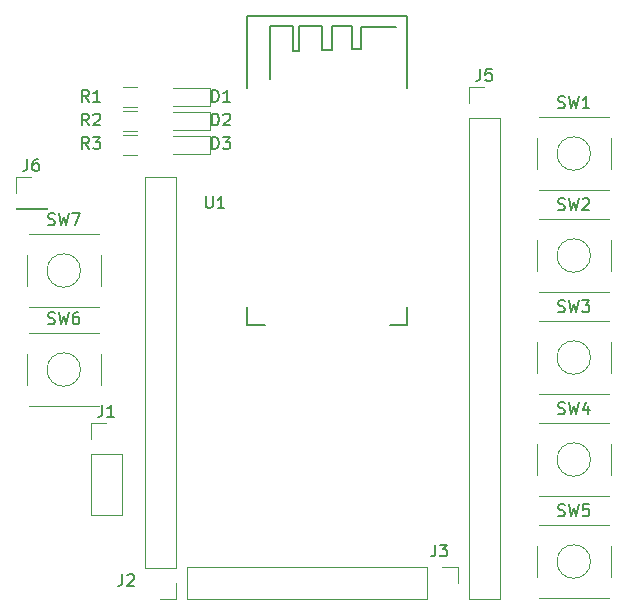
<source format=gbr>
G04 #@! TF.FileFunction,Legend,Top*
%FSLAX46Y46*%
G04 Gerber Fmt 4.6, Leading zero omitted, Abs format (unit mm)*
G04 Created by KiCad (PCBNEW 4.0.7) date 02/24/18 18:12:37*
%MOMM*%
%LPD*%
G01*
G04 APERTURE LIST*
%ADD10C,0.100000*%
%ADD11C,0.120000*%
%ADD12C,0.150000*%
G04 APERTURE END LIST*
D10*
D11*
X128616214Y-65242000D02*
G75*
G03X128616214Y-65242000I-1414214J0D01*
G01*
X124232000Y-68362000D02*
X130172000Y-68362000D01*
X124232000Y-62122000D02*
X130172000Y-62122000D01*
X124082000Y-66582000D02*
X124082000Y-63902000D01*
X130322000Y-63902000D02*
X130322000Y-66582000D01*
X136712000Y-57344000D02*
X134052000Y-57344000D01*
X136712000Y-90424000D02*
X136712000Y-57344000D01*
X134052000Y-90424000D02*
X134052000Y-57344000D01*
X136712000Y-90424000D02*
X134052000Y-90424000D01*
X136712000Y-91694000D02*
X136712000Y-93024000D01*
X136712000Y-93024000D02*
X135382000Y-93024000D01*
X161484000Y-93024000D02*
X164144000Y-93024000D01*
X161484000Y-52324000D02*
X161484000Y-93024000D01*
X164144000Y-52324000D02*
X164144000Y-93024000D01*
X161484000Y-52324000D02*
X164144000Y-52324000D01*
X161484000Y-51054000D02*
X161484000Y-49724000D01*
X161484000Y-49724000D02*
X162814000Y-49724000D01*
X136414000Y-49796000D02*
X139614000Y-49796000D01*
X139614000Y-51296000D02*
X136414000Y-51296000D01*
X139614000Y-51296000D02*
X139614000Y-49796000D01*
X136414000Y-51828000D02*
X139614000Y-51828000D01*
X139614000Y-53328000D02*
X136414000Y-53328000D01*
X139614000Y-53328000D02*
X139614000Y-51828000D01*
X136414000Y-53860000D02*
X139614000Y-53860000D01*
X139614000Y-55360000D02*
X136414000Y-55360000D01*
X139614000Y-55360000D02*
X139614000Y-53860000D01*
X132242000Y-49666000D02*
X133442000Y-49666000D01*
X133442000Y-51426000D02*
X132242000Y-51426000D01*
X132242000Y-51698000D02*
X133442000Y-51698000D01*
X133442000Y-53458000D02*
X132242000Y-53458000D01*
X132242000Y-53730000D02*
X133442000Y-53730000D01*
X133442000Y-55490000D02*
X132242000Y-55490000D01*
D12*
X144658000Y-49030000D02*
X144658000Y-44540000D01*
X144658000Y-44540000D02*
X146588000Y-44540000D01*
X146588000Y-44540000D02*
X146588000Y-46650000D01*
X146588000Y-46650000D02*
X147138000Y-46650000D01*
X147138000Y-46650000D02*
X147138000Y-44560000D01*
X147138000Y-44560000D02*
X149058000Y-44550000D01*
X149058000Y-44550000D02*
X149058000Y-46560000D01*
X149058000Y-46560000D02*
X149908000Y-46560000D01*
X149908000Y-46550000D02*
X149898000Y-44580000D01*
X149898000Y-44580000D02*
X151598000Y-44580000D01*
X151598000Y-44580000D02*
X151598000Y-46520000D01*
X151618000Y-46520000D02*
X152408000Y-46520000D01*
X152408000Y-46520000D02*
X152408000Y-44610000D01*
X152408000Y-44610000D02*
X155368000Y-44610000D01*
X156248000Y-49750000D02*
X156248000Y-43650000D01*
X156248000Y-43650000D02*
X142748000Y-43650000D01*
X142748000Y-43650000D02*
X142748000Y-49750000D01*
X156248000Y-68350000D02*
X156248000Y-69850000D01*
X156248000Y-69850000D02*
X154848000Y-69850000D01*
X142748000Y-68350000D02*
X142748000Y-69850000D01*
X142748000Y-69850000D02*
X144248000Y-69850000D01*
D11*
X129480000Y-85912000D02*
X132140000Y-85912000D01*
X129480000Y-80772000D02*
X129480000Y-85912000D01*
X132140000Y-80772000D02*
X132140000Y-85912000D01*
X129480000Y-80772000D02*
X132140000Y-80772000D01*
X129480000Y-79502000D02*
X129480000Y-78172000D01*
X129480000Y-78172000D02*
X130810000Y-78172000D01*
X137608000Y-90364000D02*
X137608000Y-93024000D01*
X157988000Y-90364000D02*
X137608000Y-90364000D01*
X157988000Y-93024000D02*
X137608000Y-93024000D01*
X157988000Y-90364000D02*
X157988000Y-93024000D01*
X159258000Y-90364000D02*
X160588000Y-90364000D01*
X160588000Y-90364000D02*
X160588000Y-91694000D01*
X123130000Y-60004000D02*
X125790000Y-60004000D01*
X123130000Y-59944000D02*
X123130000Y-60004000D01*
X125790000Y-59944000D02*
X125790000Y-60004000D01*
X123130000Y-59944000D02*
X125790000Y-59944000D01*
X123130000Y-58674000D02*
X123130000Y-57344000D01*
X123130000Y-57344000D02*
X124460000Y-57344000D01*
X171796214Y-55336000D02*
G75*
G03X171796214Y-55336000I-1414214J0D01*
G01*
X167412000Y-58456000D02*
X173352000Y-58456000D01*
X167412000Y-52216000D02*
X173352000Y-52216000D01*
X167262000Y-56676000D02*
X167262000Y-53996000D01*
X173502000Y-53996000D02*
X173502000Y-56676000D01*
X171796214Y-63972000D02*
G75*
G03X171796214Y-63972000I-1414214J0D01*
G01*
X167412000Y-67092000D02*
X173352000Y-67092000D01*
X167412000Y-60852000D02*
X173352000Y-60852000D01*
X167262000Y-65312000D02*
X167262000Y-62632000D01*
X173502000Y-62632000D02*
X173502000Y-65312000D01*
X171796214Y-72608000D02*
G75*
G03X171796214Y-72608000I-1414214J0D01*
G01*
X167412000Y-75728000D02*
X173352000Y-75728000D01*
X167412000Y-69488000D02*
X173352000Y-69488000D01*
X167262000Y-73948000D02*
X167262000Y-71268000D01*
X173502000Y-71268000D02*
X173502000Y-73948000D01*
X171796214Y-81244000D02*
G75*
G03X171796214Y-81244000I-1414214J0D01*
G01*
X167412000Y-84364000D02*
X173352000Y-84364000D01*
X167412000Y-78124000D02*
X173352000Y-78124000D01*
X167262000Y-82584000D02*
X167262000Y-79904000D01*
X173502000Y-79904000D02*
X173502000Y-82584000D01*
X171796214Y-89880000D02*
G75*
G03X171796214Y-89880000I-1414214J0D01*
G01*
X167412000Y-93000000D02*
X173352000Y-93000000D01*
X167412000Y-86760000D02*
X173352000Y-86760000D01*
X167262000Y-91220000D02*
X167262000Y-88540000D01*
X173502000Y-88540000D02*
X173502000Y-91220000D01*
X128616214Y-73624000D02*
G75*
G03X128616214Y-73624000I-1414214J0D01*
G01*
X124232000Y-76744000D02*
X130172000Y-76744000D01*
X124232000Y-70504000D02*
X130172000Y-70504000D01*
X124082000Y-74964000D02*
X124082000Y-72284000D01*
X130322000Y-72284000D02*
X130322000Y-74964000D01*
D12*
X125868667Y-61346762D02*
X126011524Y-61394381D01*
X126249620Y-61394381D01*
X126344858Y-61346762D01*
X126392477Y-61299143D01*
X126440096Y-61203905D01*
X126440096Y-61108667D01*
X126392477Y-61013429D01*
X126344858Y-60965810D01*
X126249620Y-60918190D01*
X126059143Y-60870571D01*
X125963905Y-60822952D01*
X125916286Y-60775333D01*
X125868667Y-60680095D01*
X125868667Y-60584857D01*
X125916286Y-60489619D01*
X125963905Y-60442000D01*
X126059143Y-60394381D01*
X126297239Y-60394381D01*
X126440096Y-60442000D01*
X126773429Y-60394381D02*
X127011524Y-61394381D01*
X127202001Y-60680095D01*
X127392477Y-61394381D01*
X127630572Y-60394381D01*
X127916286Y-60394381D02*
X128582953Y-60394381D01*
X128154381Y-61394381D01*
X132166667Y-90952381D02*
X132166667Y-91666667D01*
X132119047Y-91809524D01*
X132023809Y-91904762D01*
X131880952Y-91952381D01*
X131785714Y-91952381D01*
X132595238Y-91047619D02*
X132642857Y-91000000D01*
X132738095Y-90952381D01*
X132976191Y-90952381D01*
X133071429Y-91000000D01*
X133119048Y-91047619D01*
X133166667Y-91142857D01*
X133166667Y-91238095D01*
X133119048Y-91380952D01*
X132547619Y-91952381D01*
X133166667Y-91952381D01*
X162480667Y-48176381D02*
X162480667Y-48890667D01*
X162433047Y-49033524D01*
X162337809Y-49128762D01*
X162194952Y-49176381D01*
X162099714Y-49176381D01*
X163433048Y-48176381D02*
X162956857Y-48176381D01*
X162909238Y-48652571D01*
X162956857Y-48604952D01*
X163052095Y-48557333D01*
X163290191Y-48557333D01*
X163385429Y-48604952D01*
X163433048Y-48652571D01*
X163480667Y-48747810D01*
X163480667Y-48985905D01*
X163433048Y-49081143D01*
X163385429Y-49128762D01*
X163290191Y-49176381D01*
X163052095Y-49176381D01*
X162956857Y-49128762D01*
X162909238Y-49081143D01*
X139761905Y-50952381D02*
X139761905Y-49952381D01*
X140000000Y-49952381D01*
X140142858Y-50000000D01*
X140238096Y-50095238D01*
X140285715Y-50190476D01*
X140333334Y-50380952D01*
X140333334Y-50523810D01*
X140285715Y-50714286D01*
X140238096Y-50809524D01*
X140142858Y-50904762D01*
X140000000Y-50952381D01*
X139761905Y-50952381D01*
X141285715Y-50952381D02*
X140714286Y-50952381D01*
X141000000Y-50952381D02*
X141000000Y-49952381D01*
X140904762Y-50095238D01*
X140809524Y-50190476D01*
X140714286Y-50238095D01*
X139761905Y-52952381D02*
X139761905Y-51952381D01*
X140000000Y-51952381D01*
X140142858Y-52000000D01*
X140238096Y-52095238D01*
X140285715Y-52190476D01*
X140333334Y-52380952D01*
X140333334Y-52523810D01*
X140285715Y-52714286D01*
X140238096Y-52809524D01*
X140142858Y-52904762D01*
X140000000Y-52952381D01*
X139761905Y-52952381D01*
X140714286Y-52047619D02*
X140761905Y-52000000D01*
X140857143Y-51952381D01*
X141095239Y-51952381D01*
X141190477Y-52000000D01*
X141238096Y-52047619D01*
X141285715Y-52142857D01*
X141285715Y-52238095D01*
X141238096Y-52380952D01*
X140666667Y-52952381D01*
X141285715Y-52952381D01*
X139761905Y-54952381D02*
X139761905Y-53952381D01*
X140000000Y-53952381D01*
X140142858Y-54000000D01*
X140238096Y-54095238D01*
X140285715Y-54190476D01*
X140333334Y-54380952D01*
X140333334Y-54523810D01*
X140285715Y-54714286D01*
X140238096Y-54809524D01*
X140142858Y-54904762D01*
X140000000Y-54952381D01*
X139761905Y-54952381D01*
X140666667Y-53952381D02*
X141285715Y-53952381D01*
X140952381Y-54333333D01*
X141095239Y-54333333D01*
X141190477Y-54380952D01*
X141238096Y-54428571D01*
X141285715Y-54523810D01*
X141285715Y-54761905D01*
X141238096Y-54857143D01*
X141190477Y-54904762D01*
X141095239Y-54952381D01*
X140809524Y-54952381D01*
X140714286Y-54904762D01*
X140666667Y-54857143D01*
X129333334Y-50952381D02*
X129000000Y-50476190D01*
X128761905Y-50952381D02*
X128761905Y-49952381D01*
X129142858Y-49952381D01*
X129238096Y-50000000D01*
X129285715Y-50047619D01*
X129333334Y-50142857D01*
X129333334Y-50285714D01*
X129285715Y-50380952D01*
X129238096Y-50428571D01*
X129142858Y-50476190D01*
X128761905Y-50476190D01*
X130285715Y-50952381D02*
X129714286Y-50952381D01*
X130000000Y-50952381D02*
X130000000Y-49952381D01*
X129904762Y-50095238D01*
X129809524Y-50190476D01*
X129714286Y-50238095D01*
X129333334Y-52952381D02*
X129000000Y-52476190D01*
X128761905Y-52952381D02*
X128761905Y-51952381D01*
X129142858Y-51952381D01*
X129238096Y-52000000D01*
X129285715Y-52047619D01*
X129333334Y-52142857D01*
X129333334Y-52285714D01*
X129285715Y-52380952D01*
X129238096Y-52428571D01*
X129142858Y-52476190D01*
X128761905Y-52476190D01*
X129714286Y-52047619D02*
X129761905Y-52000000D01*
X129857143Y-51952381D01*
X130095239Y-51952381D01*
X130190477Y-52000000D01*
X130238096Y-52047619D01*
X130285715Y-52142857D01*
X130285715Y-52238095D01*
X130238096Y-52380952D01*
X129666667Y-52952381D01*
X130285715Y-52952381D01*
X129333334Y-54952381D02*
X129000000Y-54476190D01*
X128761905Y-54952381D02*
X128761905Y-53952381D01*
X129142858Y-53952381D01*
X129238096Y-54000000D01*
X129285715Y-54047619D01*
X129333334Y-54142857D01*
X129333334Y-54285714D01*
X129285715Y-54380952D01*
X129238096Y-54428571D01*
X129142858Y-54476190D01*
X128761905Y-54476190D01*
X129666667Y-53952381D02*
X130285715Y-53952381D01*
X129952381Y-54333333D01*
X130095239Y-54333333D01*
X130190477Y-54380952D01*
X130238096Y-54428571D01*
X130285715Y-54523810D01*
X130285715Y-54761905D01*
X130238096Y-54857143D01*
X130190477Y-54904762D01*
X130095239Y-54952381D01*
X129809524Y-54952381D01*
X129714286Y-54904762D01*
X129666667Y-54857143D01*
X139238095Y-58952381D02*
X139238095Y-59761905D01*
X139285714Y-59857143D01*
X139333333Y-59904762D01*
X139428571Y-59952381D01*
X139619048Y-59952381D01*
X139714286Y-59904762D01*
X139761905Y-59857143D01*
X139809524Y-59761905D01*
X139809524Y-58952381D01*
X140809524Y-59952381D02*
X140238095Y-59952381D01*
X140523809Y-59952381D02*
X140523809Y-58952381D01*
X140428571Y-59095238D01*
X140333333Y-59190476D01*
X140238095Y-59238095D01*
X130476667Y-76624381D02*
X130476667Y-77338667D01*
X130429047Y-77481524D01*
X130333809Y-77576762D01*
X130190952Y-77624381D01*
X130095714Y-77624381D01*
X131476667Y-77624381D02*
X130905238Y-77624381D01*
X131190952Y-77624381D02*
X131190952Y-76624381D01*
X131095714Y-76767238D01*
X131000476Y-76862476D01*
X130905238Y-76910095D01*
X158666667Y-88452381D02*
X158666667Y-89166667D01*
X158619047Y-89309524D01*
X158523809Y-89404762D01*
X158380952Y-89452381D01*
X158285714Y-89452381D01*
X159047619Y-88452381D02*
X159666667Y-88452381D01*
X159333333Y-88833333D01*
X159476191Y-88833333D01*
X159571429Y-88880952D01*
X159619048Y-88928571D01*
X159666667Y-89023810D01*
X159666667Y-89261905D01*
X159619048Y-89357143D01*
X159571429Y-89404762D01*
X159476191Y-89452381D01*
X159190476Y-89452381D01*
X159095238Y-89404762D01*
X159047619Y-89357143D01*
X124126667Y-55796381D02*
X124126667Y-56510667D01*
X124079047Y-56653524D01*
X123983809Y-56748762D01*
X123840952Y-56796381D01*
X123745714Y-56796381D01*
X125031429Y-55796381D02*
X124840952Y-55796381D01*
X124745714Y-55844000D01*
X124698095Y-55891619D01*
X124602857Y-56034476D01*
X124555238Y-56224952D01*
X124555238Y-56605905D01*
X124602857Y-56701143D01*
X124650476Y-56748762D01*
X124745714Y-56796381D01*
X124936191Y-56796381D01*
X125031429Y-56748762D01*
X125079048Y-56701143D01*
X125126667Y-56605905D01*
X125126667Y-56367810D01*
X125079048Y-56272571D01*
X125031429Y-56224952D01*
X124936191Y-56177333D01*
X124745714Y-56177333D01*
X124650476Y-56224952D01*
X124602857Y-56272571D01*
X124555238Y-56367810D01*
X169048667Y-51440762D02*
X169191524Y-51488381D01*
X169429620Y-51488381D01*
X169524858Y-51440762D01*
X169572477Y-51393143D01*
X169620096Y-51297905D01*
X169620096Y-51202667D01*
X169572477Y-51107429D01*
X169524858Y-51059810D01*
X169429620Y-51012190D01*
X169239143Y-50964571D01*
X169143905Y-50916952D01*
X169096286Y-50869333D01*
X169048667Y-50774095D01*
X169048667Y-50678857D01*
X169096286Y-50583619D01*
X169143905Y-50536000D01*
X169239143Y-50488381D01*
X169477239Y-50488381D01*
X169620096Y-50536000D01*
X169953429Y-50488381D02*
X170191524Y-51488381D01*
X170382001Y-50774095D01*
X170572477Y-51488381D01*
X170810572Y-50488381D01*
X171715334Y-51488381D02*
X171143905Y-51488381D01*
X171429619Y-51488381D02*
X171429619Y-50488381D01*
X171334381Y-50631238D01*
X171239143Y-50726476D01*
X171143905Y-50774095D01*
X169048667Y-60076762D02*
X169191524Y-60124381D01*
X169429620Y-60124381D01*
X169524858Y-60076762D01*
X169572477Y-60029143D01*
X169620096Y-59933905D01*
X169620096Y-59838667D01*
X169572477Y-59743429D01*
X169524858Y-59695810D01*
X169429620Y-59648190D01*
X169239143Y-59600571D01*
X169143905Y-59552952D01*
X169096286Y-59505333D01*
X169048667Y-59410095D01*
X169048667Y-59314857D01*
X169096286Y-59219619D01*
X169143905Y-59172000D01*
X169239143Y-59124381D01*
X169477239Y-59124381D01*
X169620096Y-59172000D01*
X169953429Y-59124381D02*
X170191524Y-60124381D01*
X170382001Y-59410095D01*
X170572477Y-60124381D01*
X170810572Y-59124381D01*
X171143905Y-59219619D02*
X171191524Y-59172000D01*
X171286762Y-59124381D01*
X171524858Y-59124381D01*
X171620096Y-59172000D01*
X171667715Y-59219619D01*
X171715334Y-59314857D01*
X171715334Y-59410095D01*
X171667715Y-59552952D01*
X171096286Y-60124381D01*
X171715334Y-60124381D01*
X169048667Y-68712762D02*
X169191524Y-68760381D01*
X169429620Y-68760381D01*
X169524858Y-68712762D01*
X169572477Y-68665143D01*
X169620096Y-68569905D01*
X169620096Y-68474667D01*
X169572477Y-68379429D01*
X169524858Y-68331810D01*
X169429620Y-68284190D01*
X169239143Y-68236571D01*
X169143905Y-68188952D01*
X169096286Y-68141333D01*
X169048667Y-68046095D01*
X169048667Y-67950857D01*
X169096286Y-67855619D01*
X169143905Y-67808000D01*
X169239143Y-67760381D01*
X169477239Y-67760381D01*
X169620096Y-67808000D01*
X169953429Y-67760381D02*
X170191524Y-68760381D01*
X170382001Y-68046095D01*
X170572477Y-68760381D01*
X170810572Y-67760381D01*
X171096286Y-67760381D02*
X171715334Y-67760381D01*
X171382000Y-68141333D01*
X171524858Y-68141333D01*
X171620096Y-68188952D01*
X171667715Y-68236571D01*
X171715334Y-68331810D01*
X171715334Y-68569905D01*
X171667715Y-68665143D01*
X171620096Y-68712762D01*
X171524858Y-68760381D01*
X171239143Y-68760381D01*
X171143905Y-68712762D01*
X171096286Y-68665143D01*
X169048667Y-77348762D02*
X169191524Y-77396381D01*
X169429620Y-77396381D01*
X169524858Y-77348762D01*
X169572477Y-77301143D01*
X169620096Y-77205905D01*
X169620096Y-77110667D01*
X169572477Y-77015429D01*
X169524858Y-76967810D01*
X169429620Y-76920190D01*
X169239143Y-76872571D01*
X169143905Y-76824952D01*
X169096286Y-76777333D01*
X169048667Y-76682095D01*
X169048667Y-76586857D01*
X169096286Y-76491619D01*
X169143905Y-76444000D01*
X169239143Y-76396381D01*
X169477239Y-76396381D01*
X169620096Y-76444000D01*
X169953429Y-76396381D02*
X170191524Y-77396381D01*
X170382001Y-76682095D01*
X170572477Y-77396381D01*
X170810572Y-76396381D01*
X171620096Y-76729714D02*
X171620096Y-77396381D01*
X171382000Y-76348762D02*
X171143905Y-77063048D01*
X171762953Y-77063048D01*
X169048667Y-85984762D02*
X169191524Y-86032381D01*
X169429620Y-86032381D01*
X169524858Y-85984762D01*
X169572477Y-85937143D01*
X169620096Y-85841905D01*
X169620096Y-85746667D01*
X169572477Y-85651429D01*
X169524858Y-85603810D01*
X169429620Y-85556190D01*
X169239143Y-85508571D01*
X169143905Y-85460952D01*
X169096286Y-85413333D01*
X169048667Y-85318095D01*
X169048667Y-85222857D01*
X169096286Y-85127619D01*
X169143905Y-85080000D01*
X169239143Y-85032381D01*
X169477239Y-85032381D01*
X169620096Y-85080000D01*
X169953429Y-85032381D02*
X170191524Y-86032381D01*
X170382001Y-85318095D01*
X170572477Y-86032381D01*
X170810572Y-85032381D01*
X171667715Y-85032381D02*
X171191524Y-85032381D01*
X171143905Y-85508571D01*
X171191524Y-85460952D01*
X171286762Y-85413333D01*
X171524858Y-85413333D01*
X171620096Y-85460952D01*
X171667715Y-85508571D01*
X171715334Y-85603810D01*
X171715334Y-85841905D01*
X171667715Y-85937143D01*
X171620096Y-85984762D01*
X171524858Y-86032381D01*
X171286762Y-86032381D01*
X171191524Y-85984762D01*
X171143905Y-85937143D01*
X125868667Y-69728762D02*
X126011524Y-69776381D01*
X126249620Y-69776381D01*
X126344858Y-69728762D01*
X126392477Y-69681143D01*
X126440096Y-69585905D01*
X126440096Y-69490667D01*
X126392477Y-69395429D01*
X126344858Y-69347810D01*
X126249620Y-69300190D01*
X126059143Y-69252571D01*
X125963905Y-69204952D01*
X125916286Y-69157333D01*
X125868667Y-69062095D01*
X125868667Y-68966857D01*
X125916286Y-68871619D01*
X125963905Y-68824000D01*
X126059143Y-68776381D01*
X126297239Y-68776381D01*
X126440096Y-68824000D01*
X126773429Y-68776381D02*
X127011524Y-69776381D01*
X127202001Y-69062095D01*
X127392477Y-69776381D01*
X127630572Y-68776381D01*
X128440096Y-68776381D02*
X128249619Y-68776381D01*
X128154381Y-68824000D01*
X128106762Y-68871619D01*
X128011524Y-69014476D01*
X127963905Y-69204952D01*
X127963905Y-69585905D01*
X128011524Y-69681143D01*
X128059143Y-69728762D01*
X128154381Y-69776381D01*
X128344858Y-69776381D01*
X128440096Y-69728762D01*
X128487715Y-69681143D01*
X128535334Y-69585905D01*
X128535334Y-69347810D01*
X128487715Y-69252571D01*
X128440096Y-69204952D01*
X128344858Y-69157333D01*
X128154381Y-69157333D01*
X128059143Y-69204952D01*
X128011524Y-69252571D01*
X127963905Y-69347810D01*
M02*

</source>
